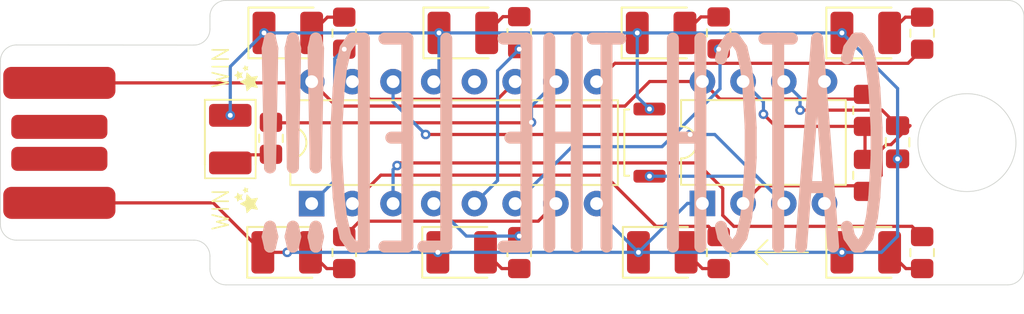
<source format=kicad_pcb>
(kicad_pcb (version 20221018) (generator pcbnew)
  (layers (0 "F.Cu" signal) (31 "B.Cu" signal) (34 "B.Paste" user) (35 "F.Paste" user) (36 "B.SilkS" user "B.Silkscreen") (37 "F.SilkS" user "F.Silkscreen") (38 "B.Mask" user) (39 "F.Mask" user) (44 "Edge.Cuts" user))
  (net 0 "")
  (net 1 "Net-(D1-K)")
  (net 2 "Net-(U1-THR)")
  (net 3 "Net-(U1-Q)")
  (net 4 "Net-(D1-A)")
  (net 6 "Net-(D2-A)")
  (net 7 "Net-(D3-A)")
  (net 8 "Net-(D4-A)")
  (net 9 "Net-(D5-A)")
  (net 10 "Net-(D6-A)")
  (net 11 "Net-(D7-A)")
  (net 12 "Net-(D8-A)")
  (net 13 "Net-(D9-A)")
  (net 14 "Net-(U1-R)")
  (net 15 "Net-(U1-DIS)")
  (net 16 "Net-(U2-Q0)")
  (net 17 "Net-(U2-Q1)")
  (net 18 "Net-(U2-Q2)")
  (net 19 "Net-(U2-Q3)")
  (net 20 "Net-(U2-Q4)")
  (net 21 "Net-(U2-Q5)")
  (net 22 "Net-(U2-Q6)")
  (net 23 "Net-(U2-Q7)")
  (net 24 "Net-(U2-Q8)")
  (net 25 "Net-(U2-Q9)")
  (footprint "Capacitor_SMD:C_0805_2012Metric_Pad1.18x1.45mm_HandSolder" (layer "F.Cu") (at 188.712 105.6425 -90)
    (fp_text reference "C1" hide)
    (fp_text value "C" hide)
    (pad "1" smd roundrect (at -1.0375 0 270) (size 1.175 1.45) (layers "F.Cu" "F.Paste" "F.Mask") (roundrect_rratio 0.2127659574) (net 2 "Net-(U1-THR)"))
    (pad "2" smd roundrect (at 1.0375 0 270) (size 1.175 1.45) (layers "F.Cu" "F.Paste" "F.Mask") (roundrect_rratio 0.2127659574) (net 1 "Net-(D1-K)"))
  )
  (footprint "LED_SMD:LED_1210_3225Metric_Pad1.42x2.65mm_HandSolder" (layer "F.Cu") (at 186.7265 98.806)
    (fp_text reference "D9" hide)
    (fp_text value "LED" hide)
    (pad "1" smd roundrect (at -1.4875 0) (size 1.425 2.65) (layers "F.Cu" "F.Paste" "F.Mask") (roundrect_rratio 0.1754392982) (net 1 "Net-(D1-K)"))
    (pad "2" smd roundrect (at 1.4875 0) (size 1.425 2.65) (layers "F.Cu" "F.Paste" "F.Mask") (roundrect_rratio 0.1754392982) (net 13 "Net-(D9-A)"))
  )
  (footprint "Button_Switch_SMD:SW_Push_SPST_NO_Alps_SKRK" (layer "F.Cu") (at 173.228 105.664 -90)
    (fp_text reference "SW1" hide)
    (fp_text value "SW_Push")
    (pad "1" smd roundrect (at -2.1 0 270) (size 0.8 2) (layers "F.Cu" "F.Paste" "F.Mask") (net 1 "Net-(D1-K)"))
    (pad "2" smd roundrect (at 2.1 0 270) (size 0.8 2) (layers "F.Cu" "F.Paste" "F.Mask") (net 3 "Net-(U1-Q)"))
  )
  (footprint "LED_SMD:LED_1210_3225Metric_Pad1.42x2.65mm_HandSolder" (layer "F.Cu") (at 150.5855 112.522)
    (fp_text reference "D4" hide)
    (fp_text value "LED" hide)
    (pad "1" smd roundrect (at -1.4875 0) (size 1.425 2.65) (layers "F.Cu" "F.Paste" "F.Mask") (roundrect_rratio 0.1754392982) (net 1 "Net-(D1-K)"))
    (pad "2" smd roundrect (at 1.4875 0) (size 1.425 2.65) (layers "F.Cu" "F.Paste" "F.Mask") (roundrect_rratio 0.1754392982) (net 8 "Net-(D4-A)"))
  )
  (footprint "LED_SMD:LED_1210_3225Metric_Pad1.42x2.65mm_HandSolder" (layer "F.Cu") (at 173.9535 98.806)
    (fp_text reference "D8" hide)
    (fp_text value "LED" hide)
    (pad "1" smd roundrect (at -1.4875 0) (size 1.425 2.65) (layers "F.Cu" "F.Paste" "F.Mask") (roundrect_rratio 0.1754392982) (net 1 "Net-(D1-K)"))
    (pad "2" smd roundrect (at 1.4875 0) (size 1.425 2.65) (layers "F.Cu" "F.Paste" "F.Mask") (roundrect_rratio 0.1754392982) (net 12 "Net-(D8-A)"))
  )
  (footprint "LED_SMD:LED_1210_3225Metric_Pad1.42x2.65mm_HandSolder" (layer "F.Cu") (at 186.7265 112.522)
    (fp_text reference "D1" hide)
    (fp_text value "LED" hide)
    (pad "1" smd roundrect (at -1.4875 0) (size 1.425 2.65) (layers "F.Cu" "F.Paste" "F.Mask") (roundrect_rratio 0.1754392982) (net 1 "Net-(D1-K)"))
    (pad "2" smd roundrect (at 1.4875 0) (size 1.425 2.65) (layers "F.Cu" "F.Paste" "F.Mask") (roundrect_rratio 0.1754392982) (net 4 "Net-(D1-A)"))
  )
  (footprint "Resistor_SMD:R_0805_2012Metric_Pad1.20x1.40mm_HandSolder" (layer "F.Cu") (at 190.246 98.822 -90)
    (fp_text reference "R11" hide)
    (fp_text value "330")
    (pad "1" smd roundrect (at -1 0 270) (size 1.2 1.4) (layers "F.Cu" "F.Paste" "F.Mask") (roundrect_rratio 0.2083333333) (net 13 "Net-(D9-A)"))
    (pad "2" smd roundrect (at 1 0 270) (size 1.2 1.4) (layers "F.Cu" "F.Paste" "F.Mask") (roundrect_rratio 0.2083333333) (net 24 "Net-(U2-Q8)"))
  )
  (footprint "LED_SMD:LED_1210_3225Metric_Pad1.42x2.65mm_HandSolder" (layer "F.Cu") (at 161.5075 112.522)
    (fp_text reference "D3" hide)
    (fp_text value "LED" hide)
    (pad "1" smd roundrect (at -1.4875 0) (size 1.425 2.65) (layers "F.Cu" "F.Paste" "F.Mask") (roundrect_rratio 0.1754392982) (net 1 "Net-(D1-K)"))
    (pad "2" smd roundrect (at 1.4875 0) (size 1.425 2.65) (layers "F.Cu" "F.Paste" "F.Mask") (roundrect_rratio 0.1754392982) (net 7 "Net-(D3-A)"))
  )
  (footprint "LED_SMD:LED_1210_3225Metric_Pad1.42x2.65mm_HandSolder" (layer "F.Cu") (at 174.0265 112.522)
    (fp_text reference "D2" hide)
    (fp_text value "LED" hide)
    (pad "1" smd roundrect (at -1.4875 0) (size 1.425 2.65) (layers "F.Cu" "F.Paste" "F.Mask") (roundrect_rratio 0.1754392982) (net 1 "Net-(D1-K)"))
    (pad "2" smd roundrect (at 1.4875 0) (size 1.425 2.65) (layers "F.Cu" "F.Paste" "F.Mask") (roundrect_rratio 0.1754392982) (net 6 "Net-(D2-A)"))
  )
  (footprint "LED_SMD:LED_1210_3225Metric_Pad1.42x2.65mm_HandSolder" (layer "F.Cu") (at 147.066 105.4465 -90)
    (fp_text reference "D5" hide)
    (fp_text value "LED" hide)
    (pad "1" smd roundrect (at -1.4875 0 270) (size 1.425 2.65) (layers "F.Cu" "F.Paste" "F.Mask") (roundrect_rratio 0.1754392982) (net 1 "Net-(D1-K)"))
    (pad "2" smd roundrect (at 1.4875 0 270) (size 1.425 2.65) (layers "F.Cu" "F.Paste" "F.Mask") (roundrect_rratio 0.1754392982) (net 9 "Net-(D5-A)"))
  )
  (footprint "Package_DIP:DIP-8_W7.62mm" (layer "F.Cu") (at 176.53 109.464 90)
    (fp_text reference "U1" hide)
    (fp_text value "NE555P")
    (pad "1" thru_hole rect (at 0 0 90) (size 1.6 1.6) (drill 0.8) (layers "*.Cu" "*.Mask") (net 1 "Net-(D1-K)"))
    (pad "2" thru_hole oval (at 0 2.54 90) (size 1.6 1.6) (drill 0.8) (layers "*.Cu" "*.Mask") (net 2 "Net-(U1-THR)"))
    (pad "3" thru_hole oval (at 0 5.08 90) (size 1.6 1.6) (drill 0.8) (layers "*.Cu" "*.Mask") (net 3 "Net-(U1-Q)"))
    (pad "4" thru_hole oval (at 0 7.62 90) (size 1.6 1.6) (drill 0.8) (layers "*.Cu" "*.Mask") (net 14 "Net-(U1-R)"))
    (pad "5" thru_hole oval (at 7.62 7.62 90) (size 1.6 1.6) (drill 0.8) (layers "*.Cu" "*.Mask"))
    (pad "6" thru_hole oval (at 7.62 5.08 90) (size 1.6 1.6) (drill 0.8) (layers "*.Cu" "*.Mask") (net 2 "Net-(U1-THR)"))
    (pad "7" thru_hole oval (at 7.62 2.54 90) (size 1.6 1.6) (drill 0.8) (layers "*.Cu" "*.Mask") (net 15 "Net-(U1-DIS)"))
    (pad "8" thru_hole oval (at 7.62 0 90) (size 1.6 1.6) (drill 0.8) (layers "*.Cu" "*.Mask") (net 14 "Net-(U1-R)"))
  )
  (footprint "Resistor_SMD:R_0805_2012Metric_Pad1.20x1.40mm_HandSolder" (layer "F.Cu") (at 186.68 103.648 -90)
    (fp_text reference "R1" hide)
    (fp_text value "R" hide)
    (pad "1" smd roundrect (at -1 0 270) (size 1.2 1.4) (layers "F.Cu" "F.Paste" "F.Mask") (roundrect_rratio 0.2083333333) (net 14 "Net-(U1-R)"))
    (pad "2" smd roundrect (at 1 0 270) (size 1.2 1.4) (layers "F.Cu" "F.Paste" "F.Mask") (roundrect_rratio 0.2083333333) (net 15 "Net-(U1-DIS)"))
  )
  (footprint "Package_DIP:DIP-16_W7.62mm" (layer "F.Cu") (at 152.146 109.474 90)
    (fp_text reference "U2" hide)
    (fp_text value "4017")
    (pad "1" thru_hole rect (at 0 0 90) (size 1.6 1.6) (drill 0.8) (layers "*.Cu" "*.Mask") (net 21 "Net-(U2-Q5)"))
    (pad "2" thru_hole oval (at 0 2.54 90) (size 1.6 1.6) (drill 0.8) (layers "*.Cu" "*.Mask") (net 17 "Net-(U2-Q1)"))
    (pad "3" thru_hole oval (at 0 5.08 90) (size 1.6 1.6) (drill 0.8) (layers "*.Cu" "*.Mask") (net 16 "Net-(U2-Q0)"))
    (pad "4" thru_hole oval (at 0 7.62 90) (size 1.6 1.6) (drill 0.8) (layers "*.Cu" "*.Mask") (net 18 "Net-(U2-Q2)"))
    (pad "5" thru_hole oval (at 0 10.16 90) (size 1.6 1.6) (drill 0.8) (layers "*.Cu" "*.Mask") (net 22 "Net-(U2-Q6)"))
    (pad "6" thru_hole oval (at 0 12.7 90) (size 1.6 1.6) (drill 0.8) (layers "*.Cu" "*.Mask") (net 23 "Net-(U2-Q7)"))
    (pad "7" thru_hole oval (at 0 15.24 90) (size 1.6 1.6) (drill 0.8) (layers "*.Cu" "*.Mask") (net 19 "Net-(U2-Q3)"))
    (pad "8" thru_hole oval (at 0 17.78 90) (size 1.6 1.6) (drill 0.8) (layers "*.Cu" "*.Mask") (net 1 "Net-(D1-K)"))
    (pad "9" thru_hole oval (at 7.62 17.78 90) (size 1.6 1.6) (drill 0.8) (layers "*.Cu" "*.Mask") (net 24 "Net-(U2-Q8)"))
    (pad "10" thru_hole oval (at 7.62 15.24 90) (size 1.6 1.6) (drill 0.8) (layers "*.Cu" "*.Mask") (net 20 "Net-(U2-Q4)"))
    (pad "11" thru_hole oval (at 7.62 12.7 90) (size 1.6 1.6) (drill 0.8) (layers "*.Cu" "*.Mask") (net 25 "Net-(U2-Q9)"))
    (pad "12" thru_hole oval (at 7.62 10.16 90) (size 1.6 1.6) (drill 0.8) (layers "*.Cu" "*.Mask"))
    (pad "13" thru_hole oval (at 7.62 7.62 90) (size 1.6 1.6) (drill 0.8) (layers "*.Cu" "*.Mask") (net 1 "Net-(D1-K)"))
    (pad "14" thru_hole oval (at 7.62 5.08 90) (size 1.6 1.6) (drill 0.8) (layers "*.Cu" "*.Mask") (net 3 "Net-(U1-Q)"))
    (pad "15" thru_hole oval (at 7.62 2.54 90) (size 1.6 1.6) (drill 0.8) (layers "*.Cu" "*.Mask") (net 25 "Net-(U2-Q9)"))
    (pad "16" thru_hole oval (at 7.62 0 90) (size 1.6 1.6) (drill 0.8) (layers "*.Cu" "*.Mask") (net 14 "Net-(U1-R)"))
  )
  (footprint "Resistor_SMD:R_0805_2012Metric_Pad1.20x1.40mm_HandSolder" (layer "F.Cu") (at 186.68 107.712 -90)
    (fp_text reference "R2" hide)
    (fp_text value "R" hide)
    (pad "1" smd roundrect (at -1 0 270) (size 1.2 1.4) (layers "F.Cu" "F.Paste" "F.Mask") (roundrect_rratio 0.2083333333) (net 15 "Net-(U1-DIS)"))
    (pad "2" smd roundrect (at 1 0 270) (size 1.2 1.4) (layers "F.Cu" "F.Paste" "F.Mask") (roundrect_rratio 0.2083333333) (net 2 "Net-(U1-THR)"))
  )
  (footprint "Resistor_SMD:R_0805_2012Metric_Pad1.20x1.40mm_HandSolder" (layer "F.Cu") (at 177.546 112.538 90)
    (fp_text reference "R4" hide)
    (fp_text value "330")
    (pad "1" smd roundrect (at -1 0 90) (size 1.2 1.4) (layers "F.Cu" "F.Paste" "F.Mask") (roundrect_rratio 0.2083333333) (net 6 "Net-(D2-A)"))
    (pad "2" smd roundrect (at 1 0 90) (size 1.2 1.4) (layers "F.Cu" "F.Paste" "F.Mask") (roundrect_rratio 0.2083333333) (net 17 "Net-(U2-Q1)"))
  )
  (footprint "Resistor_SMD:R_0805_2012Metric_Pad1.20x1.40mm_HandSolder" (layer "F.Cu") (at 190.246 112.538 90)
    (fp_text reference "R3" hide)
    (fp_text value "330")
    (pad "1" smd roundrect (at -1 0 90) (size 1.2 1.4) (layers "F.Cu" "F.Paste" "F.Mask") (roundrect_rratio 0.2083333333) (net 4 "Net-(D1-A)"))
    (pad "2" smd roundrect (at 1 0 90) (size 1.2 1.4) (layers "F.Cu" "F.Paste" "F.Mask") (roundrect_rratio 0.2083333333) (net 16 "Net-(U2-Q0)"))
  )
  (footprint "Resistor_SMD:R_0805_2012Metric_Pad1.20x1.40mm_HandSolder" (layer "F.Cu") (at 165.1 98.79 -90)
    (fp_text reference "R9" hide)
    (fp_text value "330")
    (pad "1" smd roundrect (at -1 0 270) (size 1.2 1.4) (layers "F.Cu" "F.Paste" "F.Mask") (roundrect_rratio 0.2083333333) (net 11 "Net-(D7-A)"))
    (pad "2" smd roundrect (at 1 0 270) (size 1.2 1.4) (layers "F.Cu" "F.Paste" "F.Mask") (roundrect_rratio 0.2083333333) (net 22 "Net-(U2-Q6)"))
  )
  (footprint "Resistor_SMD:R_0805_2012Metric_Pad1.20x1.40mm_HandSolder" (layer "F.Cu") (at 149.606 105.394 90)
    (fp_text reference "R7" hide)
    (fp_text value "330")
    (pad "1" smd roundrect (at -1 0 90) (size 1.2 1.4) (layers "F.Cu" "F.Paste" "F.Mask") (roundrect_rratio 0.2083333333) (net 9 "Net-(D5-A)"))
    (pad "2" smd roundrect (at 1 0 90) (size 1.2 1.4) (layers "F.Cu" "F.Paste" "F.Mask") (roundrect_rratio 0.2083333333) (net 20 "Net-(U2-Q4)"))
  )
  (footprint "Resistor_SMD:R_0805_2012Metric_Pad1.20x1.40mm_HandSolder" (layer "F.Cu") (at 154.178 98.822 -90)
    (fp_text reference "R8" hide)
    (fp_text value "330")
    (pad "1" smd roundrect (at -1 0 270) (size 1.2 1.4) (layers "F.Cu" "F.Paste" "F.Mask") (roundrect_rratio 0.2083333333) (net 10 "Net-(D6-A)"))
    (pad "2" smd roundrect (at 1 0 270) (size 1.2 1.4) (layers "F.Cu" "F.Paste" "F.Mask") (roundrect_rratio 0.2083333333) (net 21 "Net-(U2-Q5)"))
  )
  (footprint "LED_SMD:LED_1210_3225Metric_Pad1.42x2.65mm_HandSolder" (layer "F.Cu") (at 150.6585 98.806)
    (fp_text reference "D6" hide)
    (fp_text value "LED" hide)
    (pad "1" smd roundrect (at -1.4875 0) (size 1.425 2.65) (layers "F.Cu" "F.Paste" "F.Mask") (roundrect_rratio 0.1754392982) (net 1 "Net-(D1-K)"))
    (pad "2" smd roundrect (at 1.4875 0) (size 1.425 2.65) (layers "F.Cu" "F.Paste" "F.Mask") (roundrect_rratio 0.1754392982) (net 10 "Net-(D6-A)"))
  )
  (footprint "Graphics:stars" (layer "F.Cu") (at 148.082 109.22 90)
    (fp_text reference "G***" hide)
    (fp_text value "LOGO" hide)
  )
  (footprint "Graphics:stars" (layer "F.Cu") (at 148.082 101.6 90)
    (fp_text reference "G***" hide)
    (fp_text value "LOGO" hide)
  )
  (footprint "LED_SMD:LED_1210_3225Metric_Pad1.42x2.65mm_HandSolder" (layer "F.Cu") (at 161.5805 98.806)
    (fp_text reference "D7" hide)
    (fp_text value "LED" hide)
    (pad "1" smd roundrect (at -1.4875 0) (size 1.425 2.65) (layers "F.Cu" "F.Paste" "F.Mask") (roundrect_rratio 0.1754392982) (net 1 "Net-(D1-K)"))
    (pad "2" smd roundrect (at 1.4875 0) (size 1.425 2.65) (layers "F.Cu" "F.Paste" "F.Mask") (roundrect_rratio 0.1754392982) (net 11 "Net-(D7-A)"))
  )
  (footprint "Resistor_SMD:R_0805_2012Metric_Pad1.20x1.40mm_HandSolder" (layer "F.Cu") (at 154.178 112.538 90)
    (fp_text reference "R6" hide)
    (fp_text value "330")
    (pad "1" smd roundrect (at -1 0 90) (size 1.2 1.4) (layers "F.Cu" "F.Paste" "F.Mask") (roundrect_rratio 0.2083333333) (net 8 "Net-(D4-A)"))
    (pad "2" smd roundrect (at 1 0 90) (size 1.2 1.4) (layers "F.Cu" "F.Paste" "F.Mask") (roundrect_rratio 0.2083333333) (net 19 "Net-(U2-Q3)"))
  )
  (footprint "custom_footprint_library:PCB_USB_connector" (layer "F.Cu") (at 136.398 105.68)
    (fp_text reference "U3" hide)
    (fp_text value "~")
    (pad "1" smd roundrect (at 0 -3.75) (size 7 2) (layers "F.Cu" "F.Paste" "F.Mask") (net 14 "Net-(U1-R)"))
    (pad "2" smd roundrect (at 0 -1) (size 6 1.5) (layers "F.Cu" "F.Paste" "F.Mask"))
    (pad "3" smd roundrect (at 0 1) (size 6 1.5) (layers "F.Cu" "F.Paste" "F.Mask"))
    (pad "4" smd roundrect (at 0 3.75) (size 7 2) (layers "F.Cu" "F.Paste" "F.Mask") (net 1 "Net-(D1-K)"))
  )
  (footprint "Resistor_SMD:R_0805_2012Metric_Pad1.20x1.40mm_HandSolder" (layer "F.Cu") (at 165.1 112.538 90)
    (fp_text reference "R5" hide)
    (fp_text value "330")
    (pad "1" smd roundrect (at -1 0 90) (size 1.2 1.4) (layers "F.Cu" "F.Paste" "F.Mask") (roundrect_rratio 0.2083333333) (net 7 "Net-(D3-A)"))
    (pad "2" smd roundrect (at 1 0 90) (size 1.2 1.4) (layers "F.Cu" "F.Paste" "F.Mask") (roundrect_rratio 0.2083333333) (net 18 "Net-(U2-Q2)"))
  )
  (footprint "Resistor_SMD:R_0805_2012Metric_Pad1.20x1.40mm_HandSolder" (layer "F.Cu") (at 177.546 98.806 -90)
    (fp_text reference "R10" hide)
    (fp_text value "330")
    (pad "1" smd roundrect (at -1 0 270) (size 1.2 1.4) (layers "F.Cu" "F.Paste" "F.Mask") (roundrect_rratio 0.2083333333) (net 12 "Net-(D8-A)"))
    (pad "2" smd roundrect (at 1 0 270) (size 1.2 1.4) (layers "F.Cu" "F.Paste" "F.Mask") (roundrect_rratio 0.2083333333) (net 23 "Net-(U2-Q7)"))
  )
  (gr_line (start 148.651 107.0465) (end 148.647101 107.892105) (stroke (width 0.1)) (layer "F.SilkS"))
  (gr_line (start 179.832 112.522) (end 180.594 113.284) (stroke (width 0.1)) (layer "F.SilkS"))
  (gr_line (start 179.832 112.522) (end 180.594 111.76) (stroke (width 0.1)) (layer "F.SilkS"))
  (gr_line (start 180.594 111.76) (end 179.832 112.522) (stroke (width 0.1)) (layer "F.SilkS"))
  (gr_line (start 183.134 112.522) (end 179.832 112.522) (stroke (width 0.1)) (layer "F.SilkS"))
  (gr_line (start 145.484898 107.892105) (end 148.647101 107.892105) (stroke (width 0.1)) (layer "F.SilkS"))
  (gr_line (start 145.481 107.0465) (end 145.484898 107.892105) (stroke (width 0.1)) (layer "F.SilkS"))
  (gr_arc (start 132.72 100.560612) (mid 133.01311 99.853289) (end 133.720612 99.560612) (stroke (width 0.05)) (layer "Edge.Cuts"))
  (gr_line (start 144.796 111.76) (end 133.72 111.76) (stroke (width 0.05)) (layer "Edge.Cuts"))
  (gr_arc (start 144.796 111.76) (mid 145.503107 112.052893) (end 145.796 112.76) (stroke (width 0.05)) (layer "Edge.Cuts"))
  (gr_circle (center 193.04 105.664) (end 195.072 107.95) (stroke (width 0.05)) (fill none) (layer "Edge.Cuts"))
  (gr_arc (start 145.796 97.774) (mid 146.088893 97.066893) (end 146.796 96.774) (stroke (width 0.05)) (layer "Edge.Cuts"))
  (gr_arc (start 195.596 96.774) (mid 196.303107 97.066893) (end 196.596 97.774) (stroke (width 0.05)) (layer "Edge.Cuts"))
  (gr_line (start 146.796 96.774) (end 195.596 96.774) (stroke (width 0.05)) (layer "Edge.Cuts"))
  (gr_arc (start 196.596 113.554) (mid 196.303107 114.261107) (end 195.596 114.554) (stroke (width 0.05)) (layer "Edge.Cuts"))
  (gr_arc (start 145.796 98.567388) (mid 145.50289 99.274711) (end 144.795388 99.567388) (stroke (width 0.05)) (layer "Edge.Cuts"))
  (gr_line (start 196.596 97.774) (end 196.596 113.554) (stroke (width 0.05)) (layer "Edge.Cuts"))
  (gr_line (start 133.720612 99.560612) (end 144.795388 99.567388) (stroke (width 0.05)) (layer "Edge.Cuts"))
  (gr_line (start 132.72 110.76) (end 132.72 100.560612) (stroke (width 0.05)) (layer "Edge.Cuts"))
  (gr_arc (start 133.72 111.76) (mid 133.012893 111.467107) (end 132.72 110.76) (stroke (width 0.05)) (layer "Edge.Cuts"))
  (gr_line (start 145.796 113.554) (end 145.796 112.76) (stroke (width 0.05)) (layer "Edge.Cuts"))
  (gr_line (start 145.796 98.567388) (end 145.796 97.774) (stroke (width 0.05)) (layer "Edge.Cuts"))
  (gr_line (start 195.596 114.554) (end 146.796 114.554) (stroke (width 0.05)) (layer "Edge.Cuts"))
  (gr_arc (start 146.796 114.554) (mid 146.088893 114.261107) (end 145.796 113.554) (stroke (width 0.05)) (layer "Edge.Cuts"))
  (gr_text "CATCH THE LED!!!" (at 188.468 113.792) (layer "B.SilkS") (effects (font (size 13 3) (thickness 0.75) bold) (justify left bottom mirror)))
  (gr_text "WIN" (at 147.066 102.362 90) (layer "F.SilkS") (effects (font (size 1 1) (thickness 0.1)) (justify left bottom)))
  (gr_text "WIN" (at 147.066 111.252 90) (layer "F.SilkS") (effects (font (size 1 1) (thickness 0.1)) (justify left bottom)))
  (segment (start 149.098 112.522) (end 150.622 112.522) (width 0.2) (layer "F.Cu") (net 1))
  (segment (start 146.006 109.43) (end 149.098 112.522) (width 0.2) (layer "F.Cu") (net 1))
  (segment (start 136.398 109.43) (end 146.006 109.43) (width 0.2) (layer "F.Cu") (net 1))
  (via (at 172.539 112.522) (size 0.6) (drill 0.3) (layers "F.Cu" "B.Cu") (net 1))
  (via (at 160.093 98.806) (size 0.6) (drill 0.3) (layers "F.Cu" "B.Cu") (net 1))
  (via (at 173.228 103.564) (size 0.6) (drill 0.3) (layers "F.Cu" "B.Cu") (net 1))
  (via (at 147.066 103.959) (size 0.6) (drill 0.3) (layers "F.Cu" "B.Cu") (net 1))
  (via (at 172.466 98.806) (size 0.6) (drill 0.3) (layers "F.Cu" "B.Cu") (net 1))
  (via (at 188.712 106.68) (size 0.6) (drill 0.3) (layers "F.Cu" "B.Cu") (net 1))
  (via (at 185.239 112.522) (size 0.6) (drill 0.3) (layers "F.Cu" "B.Cu") (net 1))
  (via (at 160.02 112.522) (size 0.6) (drill 0.3) (layers "F.Cu" "B.Cu") (net 1))
  (via (at 185.239 98.806) (size 0.6) (drill 0.3) (layers "F.Cu" "B.Cu") (net 1))
  (via (at 149.171 98.806) (size 0.6) (drill 0.3) (layers "F.Cu" "B.Cu") (net 1))
  (via (at 150.622 112.522) (size 0.6) (drill 0.3) (layers "F.Cu" "B.Cu") (net 1))
  (segment (start 172.539 112.522) (end 175.597 109.464) (width 0.2) (layer "B.Cu") (net 1))
  (segment (start 172.466 98.806) (end 172.466 102.802) (width 0.2) (layer "B.Cu") (net 1))
  (segment (start 160.02 112.522) (end 172.539 112.522) (width 0.2) (layer "B.Cu") (net 1))
  (segment (start 169.926 109.909) (end 169.926 109.474) (width 0.2) (layer "B.Cu") (net 1))
  (segment (start 188.712 111.516) (end 188.712 106.68) (width 0.2) (layer "B.Cu") (net 1))
  (segment (start 160.093 98.806) (end 160.093 101.527) (width 0.2) (layer "B.Cu") (net 1))
  (segment (start 172.466 102.802) (end 173.228 103.564) (width 0.2) (layer "B.Cu") (net 1))
  (segment (start 147.066 100.911) (end 147.066 103.959) (width 0.2) (layer "B.Cu") (net 1))
  (segment (start 188.712 102.279) (end 185.239 98.806) (width 0.2) (layer "B.Cu") (net 1))
  (segment (start 188.712 106.68) (end 188.712 102.279) (width 0.2) (layer "B.Cu") (net 1))
  (segment (start 175.597 109.464) (end 176.53 109.464) (width 0.2) (layer "B.Cu") (net 1))
  (segment (start 187.706 112.522) (end 188.712 111.516) (width 0.2) (layer "B.Cu") (net 1))
  (segment (start 185.239 112.522) (end 187.706 112.522) (width 0.2) (layer "B.Cu") (net 1))
  (segment (start 150.622 112.522) (end 160.02 112.522) (width 0.2) (layer "B.Cu") (net 1))
  (segment (start 172.539 112.522) (end 185.239 112.522) (width 0.2) (layer "B.Cu") (net 1))
  (segment (start 149.171 98.806) (end 147.066 100.911) (width 0.2) (layer "B.Cu") (net 1))
  (segment (start 172.466 98.806) (end 160.093 98.806) (width 0.2) (layer "B.Cu") (net 1))
  (segment (start 160.093 98.806) (end 149.171 98.806) (width 0.2) (layer "B.Cu") (net 1))
  (segment (start 160.093 101.527) (end 159.766 101.854) (width 0.2) (layer "B.Cu") (net 1))
  (segment (start 185.239 98.806) (end 172.466 98.806) (width 0.2) (layer "B.Cu") (net 1))
  (segment (start 172.539 112.522) (end 169.926 109.909) (width 0.2) (layer "B.Cu") (net 1))
  (segment (start 187.739 103.632) (end 182.626 103.632) (width 0.2) (layer "F.Cu") (net 2))
  (segment (start 187.687 107.705) (end 186.68 108.712) (width 0.2) (layer "F.Cu") (net 2))
  (segment (start 188.712 104.605) (end 189.484 104.605) (width 0.2) (layer "F.Cu") (net 2))
  (segment (start 188.712 104.605) (end 187.739 103.632) (width 0.2) (layer "F.Cu") (net 2))
  (segment (start 189.484 104.605) (end 188.2965 105.7925) (width 0.2) (layer "F.Cu") (net 2))
  (segment (start 187.687 106.107756) (end 187.687 107.705) (width 0.2) (layer "F.Cu") (net 2))
  (segment (start 180.17 108.364) (end 179.07 109.464) (width 0.2) (layer "F.Cu") (net 2))
  (segment (start 186.332 108.364) (end 180.17 108.364) (width 0.2) (layer "F.Cu") (net 2))
  (segment (start 188.2965 105.7925) (end 188.002256 105.7925) (width 0.2) (layer "F.Cu") (net 2))
  (segment (start 186.68 108.712) (end 186.332 108.364) (width 0.2) (layer "F.Cu") (net 2))
  (segment (start 188.002256 105.7925) (end 187.687 106.107756) (width 0.2) (layer "F.Cu") (net 2))
  (via (at 182.626 103.632) (size 0.6) (drill 0.3) (layers "F.Cu" "B.Cu") (net 2))
  (segment (start 182.626 102.86) (end 181.61 101.844) (width 0.2) (layer "B.Cu") (net 2))
  (segment (start 182.626 103.632) (end 182.626 102.86) (width 0.2) (layer "B.Cu") (net 2))
  (segment (start 175.768 105.156) (end 159.258 105.156) (width 0.2) (layer "F.Cu") (net 3))
  (via (at 159.258 105.156) (size 0.6) (drill 0.3) (layers "F.Cu" "B.Cu") (net 3))
  (via (at 173.228 107.764) (size 0.6) (drill 0.3) (layers "F.Cu" "B.Cu") (net 3))
  (via (at 175.768 105.156) (size 0.6) (drill 0.3) (layers "F.Cu" "B.Cu") (net 3))
  (segment (start 177.302 105.156) (end 175.768 105.156) (width 0.2) (layer "B.Cu") (net 3))
  (segment (start 157.226 103.124) (end 157.226 101.854) (width 0.2) (layer "B.Cu") (net 3))
  (segment (start 159.258 105.156) (end 157.226 103.124) (width 0.2) (layer "B.Cu") (net 3))
  (segment (start 181.61 109.464) (end 177.302 105.156) (width 0.2) (layer "B.Cu") (net 3))
  (segment (start 181.61 109.464) (end 179.91 107.764) (width 0.2) (layer "B.Cu") (net 3))
  (segment (start 179.91 107.764) (end 173.228 107.764) (width 0.2) (layer "B.Cu") (net 3))
  (segment (start 190.246 113.538) (end 189.23 113.538) (width 0.2) (layer "F.Cu") (net 4))
  (segment (start 189.23 113.538) (end 188.214 112.522) (width 0.2) (layer "F.Cu") (net 4))
  (segment (start 176.53 113.538) (end 175.514 112.522) (width 0.2) (layer "F.Cu") (net 6))
  (segment (start 177.546 113.538) (end 176.53 113.538) (width 0.2) (layer "F.Cu") (net 6))
  (segment (start 164.011 113.538) (end 162.995 112.522) (width 0.2) (layer "F.Cu") (net 7))
  (segment (start 165.1 113.538) (end 164.011 113.538) (width 0.2) (layer "F.Cu") (net 7))
  (segment (start 153.089 113.538) (end 152.073 112.522) (width 0.2) (layer "F.Cu") (net 8))
  (segment (start 154.178 113.538) (end 153.089 113.538) (width 0.2) (layer "F.Cu") (net 8))
  (segment (start 147.574 106.426) (end 147.066 106.934) (width 0.2) (layer "F.Cu") (net 9))
  (segment (start 149.606 106.426) (end 147.574 106.426) (width 0.2) (layer "F.Cu") (net 9))
  (segment (start 154.178 97.822) (end 153.13 97.822) (width 0.2) (layer "F.Cu") (net 10))
  (segment (start 153.13 97.822) (end 152.146 98.806) (width 0.2) (layer "F.Cu") (net 10))
  (segment (start 164.084 97.79) (end 163.068 98.806) (width 0.2) (layer "F.Cu") (net 11))
  (segment (start 165.1 97.79) (end 164.084 97.79) (width 0.2) (layer "F.Cu") (net 11))
  (segment (start 177.546 97.806) (end 176.441 97.806) (width 0.2) (layer "F.Cu") (net 12))
  (segment (start 176.441 97.806) (end 175.441 98.806) (width 0.2) (layer "F.Cu") (net 12))
  (segment (start 190.246 97.822) (end 189.198 97.822) (width 0.2) (layer "F.Cu") (net 13))
  (segment (start 189.198 97.822) (end 188.214 98.806) (width 0.2) (layer "F.Cu") (net 13))
  (segment (start 171.701352 103.378) (end 173.235352 101.844) (width 0.2) (layer "F.Cu") (net 14))
  (segment (start 136.398 101.93) (end 152.07 101.93) (width 0.2) (layer "F.Cu") (net 14))
  (segment (start 152.07 101.93) (end 152.146 101.854) (width 0.2) (layer "F.Cu") (net 14))
  (segment (start 153.67 103.378) (end 171.701352 103.378) (width 0.2) (layer "F.Cu") (net 14))
  (segment (start 152.146 101.854) (end 153.67 103.378) (width 0.2) (layer "F.Cu") (net 14))
  (segment (start 186.68 102.648) (end 186.384 102.944) (width 0.2) (layer "F.Cu") (net 14))
  (segment (start 173.235352 101.844) (end 176.53 101.844) (width 0.2) (layer "F.Cu") (net 14))
  (segment (start 177.63 102.944) (end 176.53 101.844) (width 0.2) (layer "F.Cu") (net 14))
  (segment (start 186.384 102.944) (end 177.63 102.944) (width 0.2) (layer "F.Cu") (net 14))
  (segment (start 181.102 104.648) (end 180.34 103.886) (width 0.2) (layer "F.Cu") (net 15))
  (segment (start 186.68 104.648) (end 181.102 104.648) (width 0.2) (layer "F.Cu") (net 15))
  (segment (start 186.68 104.648) (end 186.68 106.712) (width 0.2) (layer "F.Cu") (net 15))
  (via (at 180.34 103.886) (size 0.6) (drill 0.3) (layers "F.Cu" "B.Cu") (net 15))
  (segment (start 180.34 103.114) (end 179.07 101.844) (width 0.2) (layer "B.Cu") (net 15))
  (segment (start 180.34 103.886) (end 180.34 103.114) (width 0.2) (layer "B.Cu") (net 15))
  (segment (start 189.605 110.897) (end 178.489744 110.897) (width 0.2) (layer "F.Cu") (net 16))
  (segment (start 157.642 106.934) (end 157.48 107.096) (width 0.2) (layer "F.Cu") (net 16))
  (segment (start 177.8 108.534) (end 176.2 106.934) (width 0.2) (layer "F.Cu") (net 16))
  (segment (start 177.8 110.207256) (end 177.8 108.534) (width 0.2) (layer "F.Cu") (net 16))
  (segment (start 190.246 111.538) (end 189.605 110.897) (width 0.2) (layer "F.Cu") (net 16))
  (segment (start 178.489744 110.897) (end 177.8 110.207256) (width 0.2) (layer "F.Cu") (net 16))
  (segment (start 176.2 106.934) (end 157.642 106.934) (width 0.2) (layer "F.Cu") (net 16))
  (via (at 157.48 107.096) (size 0.6) (drill 0.3) (layers "F.Cu" "B.Cu") (net 16))
  (segment (start 157.48 107.096) (end 157.226 107.35) (width 0.2) (layer "B.Cu") (net 16))
  (segment (start 157.226 107.35) (end 157.226 109.474) (width 0.2) (layer "B.Cu") (net 16))
  (segment (start 177.546 111.538) (end 176.905 110.897) (width 0.2) (layer "F.Cu") (net 17))
  (segment (start 170.434 107.696) (end 156.464 107.696) (width 0.2) (layer "F.Cu") (net 17))
  (segment (start 173.635 110.897) (end 170.434 107.696) (width 0.2) (layer "F.Cu") (net 17))
  (segment (start 156.464 107.696) (end 154.686 109.474) (width 0.2) (layer "F.Cu") (net 17))
  (segment (start 176.905 110.897) (end 173.635 110.897) (width 0.2) (layer "F.Cu") (net 17))
  (segment (start 165.1 111.538) (end 165.1 111.506) (width 0.2) (layer "F.Cu") (net 18))
  (via (at 165.1 111.506) (size 0.6) (drill 0.3) (layers "F.Cu" "B.Cu") (net 18))
  (segment (start 165.1 111.506) (end 161.798 111.506) (width 0.2) (layer "B.Cu") (net 18))
  (segment (start 161.798 111.506) (end 159.766 109.474) (width 0.2) (layer "B.Cu") (net 18))
  (segment (start 154.178 111.538) (end 155.142 110.574) (width 0.2) (layer "F.Cu") (net 19))
  (segment (start 155.142 110.574) (end 166.286 110.574) (width 0.2) (layer "F.Cu") (net 19))
  (segment (start 166.286 110.574) (end 167.386 109.474) (width 0.2) (layer "F.Cu") (net 19))
  (segment (start 165.83 104.426) (end 165.862 104.394) (width 0.2) (layer "F.Cu") (net 20))
  (segment (start 149.606 104.426) (end 165.83 104.426) (width 0.2) (layer "F.Cu") (net 20))
  (via (at 165.862 104.394) (size 0.6) (drill 0.3) (layers "F.Cu" "B.Cu") (net 20))
  (segment (start 165.862 104.394) (end 165.862 103.378) (width 0.2) (layer "B.Cu") (net 20))
  (segment (start 165.862 103.378) (end 167.386 101.854) (width 0.2) (layer "B.Cu") (net 20))
  (via (at 154.178 99.822) (size 0.6) (drill 0.3) (layers "F.Cu" "B.Cu") (net 21))
  (segment (start 154.178 99.822) (end 153.586 100.414) (width 0.2) (layer "B.Cu") (net 21))
  (segment (start 153.586 108.034) (end 152.146 109.474) (width 0.2) (layer "B.Cu") (net 21))
  (segment (start 153.586 100.414) (end 153.586 108.034) (width 0.2) (layer "B.Cu") (net 21))
  (segment (start 165.1 99.79) (end 165.1 99.822) (width 0.2) (layer "F.Cu") (net 22))
  (via (at 165.1 99.822) (size 0.6) (drill 0.3) (layers "F.Cu" "B.Cu") (net 22))
  (segment (start 165.1 99.822) (end 163.746 101.176) (width 0.2) (layer "B.Cu") (net 22))
  (segment (start 163.746 101.176) (end 163.746 108.034) (width 0.2) (layer "B.Cu") (net 22))
  (segment (start 163.746 108.034) (end 162.306 109.474) (width 0.2) (layer "B.Cu") (net 22))
  (segment (start 177.546 99.806) (end 177.546 99.822) (width 0.2) (layer "F.Cu") (net 23))
  (via (at 177.546 99.822) (size 0.6) (drill 0.3) (layers "F.Cu" "B.Cu") (net 23))
  (segment (start 177.546 99.822) (end 177.63 99.906) (width 0.2) (layer "B.Cu") (net 23))
  (segment (start 177.63 102.299635) (end 174.011635 105.918) (width 0.2) (layer "B.Cu") (net 23))
  (segment (start 174.011635 105.918) (end 168.402 105.918) (width 0.2) (layer "B.Cu") (net 23))
  (segment (start 168.402 105.918) (end 164.846 109.474) (width 0.2) (layer "B.Cu") (net 23))
  (segment (start 177.63 99.906) (end 177.63 102.299635) (width 0.2) (layer "B.Cu") (net 23))
  (segment (start 171.074 100.706) (end 169.926 101.854) (width 0.2) (layer "F.Cu") (net 24))
  (segment (start 190.246 99.822) (end 189.362 100.706) (width 0.2) (layer "F.Cu") (net 24))
  (segment (start 189.362 100.706) (end 171.074 100.706) (width 0.2) (layer "F.Cu") (net 24))
  (segment (start 164.846 101.854) (end 163.746 102.954) (width 0.2) (layer "F.Cu") (net 25))
  (segment (start 163.746 102.954) (end 155.786 102.954) (width 0.2) (layer "F.Cu") (net 25))
  (segment (start 155.786 102.954) (end 154.686 101.854) (width 0.2) (layer "F.Cu") (net 25))
)
</source>
